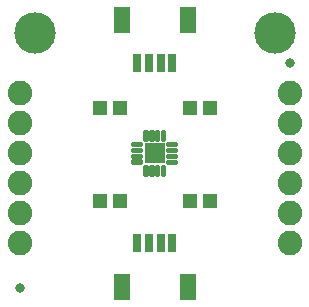
<source format=gts>
G75*
%MOIN*%
%OFA0B0*%
%FSLAX25Y25*%
%IPPOS*%
%LPD*%
%AMOC8*
5,1,8,0,0,1.08239X$1,22.5*
%
%ADD10C,0.01486*%
%ADD11R,0.07099X0.07099*%
%ADD12R,0.05131X0.04737*%
%ADD13C,0.13800*%
%ADD14C,0.08200*%
%ADD15R,0.05524X0.08674*%
%ADD16R,0.03162X0.06115*%
%ADD17C,0.03300*%
D10*
X0212649Y0097741D02*
X0212649Y0100401D01*
X0213143Y0100401D01*
X0213143Y0097741D01*
X0212649Y0097741D01*
X0212649Y0099226D02*
X0213143Y0099226D01*
X0214618Y0100401D02*
X0214618Y0097741D01*
X0214618Y0100401D02*
X0215112Y0100401D01*
X0215112Y0097741D01*
X0214618Y0097741D01*
X0214618Y0099226D02*
X0215112Y0099226D01*
X0216586Y0100401D02*
X0216586Y0097741D01*
X0216586Y0100401D02*
X0217080Y0100401D01*
X0217080Y0097741D01*
X0216586Y0097741D01*
X0216586Y0099226D02*
X0217080Y0099226D01*
X0218555Y0100401D02*
X0218555Y0097741D01*
X0218555Y0100401D02*
X0219049Y0100401D01*
X0219049Y0097741D01*
X0218555Y0097741D01*
X0218555Y0099226D02*
X0219049Y0099226D01*
X0220393Y0102239D02*
X0223053Y0102239D01*
X0223053Y0101745D01*
X0220393Y0101745D01*
X0220393Y0102239D01*
X0220393Y0104208D02*
X0223053Y0104208D01*
X0223053Y0103714D01*
X0220393Y0103714D01*
X0220393Y0104208D01*
X0220393Y0106176D02*
X0223053Y0106176D01*
X0223053Y0105682D01*
X0220393Y0105682D01*
X0220393Y0106176D01*
X0220393Y0108145D02*
X0223053Y0108145D01*
X0223053Y0107651D01*
X0220393Y0107651D01*
X0220393Y0108145D01*
X0219049Y0109568D02*
X0219049Y0112228D01*
X0219049Y0109568D02*
X0218555Y0109568D01*
X0218555Y0112228D01*
X0219049Y0112228D01*
X0219049Y0111053D02*
X0218555Y0111053D01*
X0217080Y0112228D02*
X0217080Y0109568D01*
X0216586Y0109568D01*
X0216586Y0112228D01*
X0217080Y0112228D01*
X0217080Y0111053D02*
X0216586Y0111053D01*
X0215112Y0112228D02*
X0215112Y0109568D01*
X0214618Y0109568D01*
X0214618Y0112228D01*
X0215112Y0112228D01*
X0215112Y0111053D02*
X0214618Y0111053D01*
X0213143Y0112228D02*
X0213143Y0109568D01*
X0212649Y0109568D01*
X0212649Y0112228D01*
X0213143Y0112228D01*
X0213143Y0111053D02*
X0212649Y0111053D01*
X0211226Y0107690D02*
X0208566Y0107690D01*
X0208566Y0108184D01*
X0211226Y0108184D01*
X0211226Y0107690D01*
X0211226Y0105722D02*
X0208566Y0105722D01*
X0208566Y0106216D01*
X0211226Y0106216D01*
X0211226Y0105722D01*
X0211226Y0103753D02*
X0208566Y0103753D01*
X0208566Y0104247D01*
X0211226Y0104247D01*
X0211226Y0103753D01*
X0211226Y0101784D02*
X0208566Y0101784D01*
X0208566Y0102278D01*
X0211226Y0102278D01*
X0211226Y0101784D01*
D11*
X0215833Y0105000D03*
D12*
X0204180Y0120000D03*
X0197487Y0120000D03*
X0227487Y0120000D03*
X0234180Y0120000D03*
X0234180Y0089000D03*
X0227487Y0089000D03*
X0204180Y0089000D03*
X0197487Y0089000D03*
D13*
X0175833Y0145000D03*
X0255833Y0145000D03*
D14*
X0260833Y0125000D03*
X0260833Y0115000D03*
X0260833Y0105000D03*
X0260833Y0095000D03*
X0260833Y0085000D03*
X0260833Y0075000D03*
X0170833Y0075000D03*
X0170833Y0085000D03*
X0170833Y0095000D03*
X0170833Y0105000D03*
X0170833Y0115000D03*
X0170833Y0125000D03*
D15*
X0204810Y0149469D03*
X0226857Y0149469D03*
X0226857Y0060531D03*
X0204810Y0060531D03*
D16*
X0209928Y0075000D03*
X0213865Y0075000D03*
X0217802Y0075000D03*
X0221739Y0075000D03*
X0221739Y0135000D03*
X0217802Y0135000D03*
X0213865Y0135000D03*
X0209928Y0135000D03*
D17*
X0170833Y0060000D03*
X0260833Y0135000D03*
M02*

</source>
